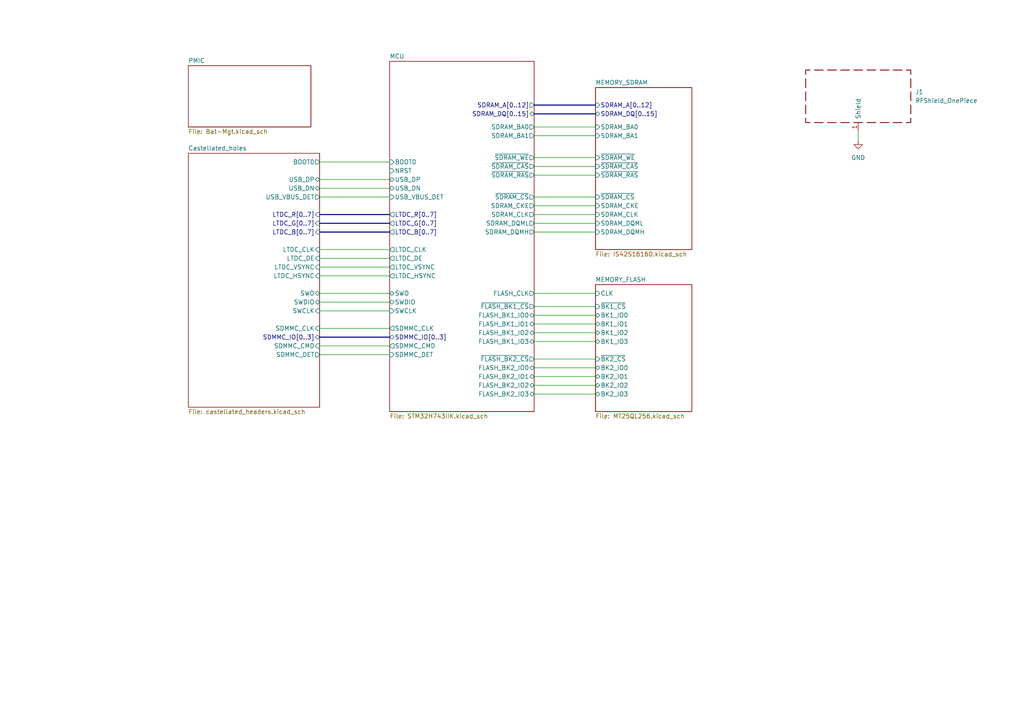
<source format=kicad_sch>
(kicad_sch (version 20231120) (generator "eeschema") (generator_version "8.0")
  (paper "A4")
  (lib_symbols
    (symbol "Device:RFShield_OnePiece" (pin_names (offset 1.016))
      (property "Reference" "J" (at 0 5.08 0))
      (property "Value" "RFShield_OnePiece" (at 0 2.54 0))
      (symbol "RFShield_OnePiece_0_1"
        (polyline (pts (xy -15.24 -5.08) (xy -15.24 -2.54)) (stroke (width 0.254)))
        (polyline (pts (xy -15.24 -1.27) (xy -15.24 1.27)) (stroke (width 0.254)))
        (polyline (pts (xy -15.24 2.54) (xy -15.24 5.08)) (stroke (width 0.254)))
        (polyline (pts (xy -12.7 7.62) (xy -10.16 7.62)) (stroke (width 0.254)))
        (polyline (pts (xy -10.16 -7.62) (xy -12.7 -7.62)) (stroke (width 0.254)))
        (polyline (pts (xy -6.35 -7.62) (xy -8.89 -7.62)) (stroke (width 0.254)))
        (polyline (pts (xy -6.35 7.62) (xy -8.89 7.62)) (stroke (width 0.254)))
        (polyline (pts (xy -2.54 -7.62) (xy -5.08 -7.62)) (stroke (width 0.254)))
        (polyline (pts (xy -2.54 7.62) (xy -5.08 7.62)) (stroke (width 0.254)))
        (polyline (pts (xy -1.27 -7.62) (xy 1.27 -7.62)) (stroke (width 0.254)))
        (polyline (pts (xy 1.27 7.62) (xy -1.27 7.62)) (stroke (width 0.254)))
        (polyline (pts (xy 2.54 -7.62) (xy 5.08 -7.62)) (stroke (width 0.254)))
        (polyline (pts (xy 5.08 7.62) (xy 2.54 7.62)) (stroke (width 0.254)))
        (polyline (pts (xy 6.35 -7.62) (xy 8.89 -7.62)) (stroke (width 0.254)))
        (polyline (pts (xy 8.89 7.62) (xy 6.35 7.62)) (stroke (width 0.254)))
        (polyline (pts (xy 10.16 -7.62) (xy 12.7 -7.62)) (stroke (width 0.254)))
        (polyline (pts (xy 12.7 7.62) (xy 10.16 7.62)) (stroke (width 0.254)))
        (polyline (pts (xy 15.24 -5.08) (xy 15.24 -2.54)) (stroke (width 0.254)))
        (polyline (pts (xy 15.24 -1.27) (xy 15.24 1.27)) (stroke (width 0.254)))
        (polyline (pts (xy 15.24 2.54) (xy 15.24 5.08)) (stroke (width 0.254)))
        (polyline (pts (xy -15.24 6.35) (xy -15.24 7.62) (xy -13.97 7.62)) (stroke (width 0.254)))
        (polyline (pts (xy -13.97 -7.62) (xy -15.24 -7.62) (xy -15.24 -6.35)) (stroke (width 0.254)))
        (polyline (pts (xy 13.97 -7.62) (xy 15.24 -7.62) (xy 15.24 -6.35)) (stroke (width 0.254)))
        (polyline (pts (xy 15.24 6.35) (xy 15.24 7.62) (xy 13.97 7.62)) (stroke (width 0.254)))
      )
      (symbol "RFShield_OnePiece_1_1"
        (pin passive line (at 0 -10.16 90) (length 2.54) (name "Shield") (number "1"))
      )
    )
    (symbol "power:GND" (power) (pin_numbers hide) (pin_names (offset 0) hide)
      (property "Value" "GND" (at 0 -3.81 0))
      (symbol "GND_0_1"
        (polyline (pts (xy 0 0) (xy 0 -1.27) (xy 1.27 -1.27) (xy 0 -2.54) (xy -1.27 -1.27) (xy 0 -1.27)))
      )
      (symbol "GND_1_1"
        (pin power_in line (at 0 0 270) (length 0) (name "~") (number "1"))
      )
    )
  )
  (wire (pts (xy 92.71 46.99) (xy 113.03 46.99)))
  (wire (pts (xy 154.94 88.9) (xy 172.72 88.9)))
  (wire (pts (xy 154.94 62.23) (xy 172.72 62.23)))
  (bus (pts (xy 92.71 62.23) (xy 113.03 62.23)))
  (wire (pts (xy 154.94 85.09) (xy 172.72 85.09)))
  (wire (pts (xy 92.71 95.25) (xy 113.03 95.25)))
  (wire (pts (xy 92.71 100.33) (xy 113.03 100.33)))
  (wire (pts (xy 92.71 74.93) (xy 113.03 74.93)))
  (wire (pts (xy 154.94 106.68) (xy 172.72 106.68)))
  (wire (pts (xy 154.94 91.44) (xy 172.72 91.44)))
  (bus (pts (xy 154.94 30.48) (xy 172.72 30.48)))
  (wire (pts (xy 154.94 96.52) (xy 172.72 96.52)))
  (wire (pts (xy 154.94 67.31) (xy 172.72 67.31)))
  (wire (pts (xy 92.71 90.17) (xy 113.03 90.17)))
  (wire (pts (xy 154.94 111.76) (xy 172.72 111.76)))
  (wire (pts (xy 154.94 36.83) (xy 172.72 36.83)))
  (wire (pts (xy 154.94 45.72) (xy 172.72 45.72)))
  (bus (pts (xy 92.71 64.77) (xy 113.03 64.77)))
  (wire (pts (xy 154.94 104.14) (xy 172.72 104.14)))
  (wire (pts (xy 154.94 99.06) (xy 172.72 99.06)))
  (wire (pts (xy 154.94 114.3) (xy 172.72 114.3)))
  (wire (pts (xy 154.94 59.69) (xy 172.72 59.69)))
  (wire (pts (xy 92.71 80.01) (xy 113.03 80.01)))
  (wire (pts (xy 154.94 109.22) (xy 172.72 109.22)))
  (bus (pts (xy 92.71 67.31) (xy 113.03 67.31)))
  (wire (pts (xy 92.71 57.15) (xy 113.03 57.15)))
  (wire (pts (xy 154.94 48.26) (xy 172.72 48.26)))
  (wire (pts (xy 154.94 93.98) (xy 172.72 93.98)))
  (wire (pts (xy 154.94 50.8) (xy 172.72 50.8)))
  (wire (pts (xy 92.71 54.61) (xy 113.03 54.61)))
  (wire (pts (xy 92.71 52.07) (xy 113.03 52.07)))
  (wire (pts (xy 92.71 72.39) (xy 113.03 72.39)))
  (wire (pts (xy 154.94 57.15) (xy 172.72 57.15)))
  (wire (pts (xy 92.71 102.87) (xy 113.03 102.87)))
  (bus (pts (xy 92.71 97.79) (xy 113.03 97.79)))
  (wire (pts (xy 92.71 85.09) (xy 113.03 85.09)))
  (wire (pts (xy 92.71 87.63) (xy 113.03 87.63)))
  (wire (pts (xy 154.94 64.77) (xy 172.72 64.77)))
  (wire (pts (xy 92.71 77.47) (xy 113.03 77.47)))
  (bus (pts (xy 154.94 33.02) (xy 172.72 33.02)))
  (wire (pts (xy 248.92 40.64) (xy 248.92 38.1)))
  (wire (pts (xy 154.94 39.37) (xy 172.72 39.37)))
  (symbol (lib_id "Device:RFShield_OnePiece") (at 248.92 27.94 0) (unit 1)
    (property "Reference" "J1" (at 265.43 26.6699 0) (effects (justify left)))
    (property "Value" "RFShield_OnePiece" (at 265.43 29.2099 0) (effects (justify left)))
    (property "Footprint" "RF_Shielding:Laird_Technologies_BMI-S-103_26.21x26.21mm" (effects (hide yes)))
    (property "Description" "One-piece EMI RF shielding cabinet" (effects (hide yes)))
  )
  (symbol (lib_id "power:GND") (at 248.92 40.64 0) (unit 1)
    (property "Reference" "#PWR056" (effects (hide yes)))
    (property "Value" "GND" (at 248.92 45.72 0))
    (property "Description" "Power symbol creates a global label with name \"GND\" , ground" (effects (hide yes)))
  )
  (sheet (at 54.61 19.05) (size 35.56 17.78) (stroke (width 0.1524))
    (property "Sheetname" "PMIC" (at 54.61 18.3384 0) (effects (justify left bottom)))
    (property "Sheetfile" "Bat-Mgt.kicad_sch" (at 54.61 37.4146 0) (effects (justify left top)))
  )
  (sheet (at 113.03 17.78) (size 41.91 101.6) (stroke (width 0.1524))
    (property "Sheetname" "MCU" (at 113.03 17.0684 0) (effects (justify left bottom)))
    (property "Sheetfile" "STM32H743IIK.kicad_sch" (at 113.03 119.9646 0) (effects (justify left top)))
    (pin "SWO" bidirectional (at 113.03 85.09 180))
    (pin "SWDIO" bidirectional (at 113.03 87.63 180))
    (pin "SWCLK" input (at 113.03 90.17 180))
    (pin "SDRAM_A[0..12]" output (at 154.94 30.48 0))
    (pin "SDRAM_DQ[0..15]" bidirectional (at 154.94 33.02 0))
    (pin "~{SDRAM_WE}" output (at 154.94 45.72 0))
    (pin "SDRAM_BA0" output (at 154.94 36.83 0))
    (pin "SDRAM_BA1" output (at 154.94 39.37 0))
    (pin "~{SDRAM_CAS}" output (at 154.94 48.26 0))
    (pin "~{SDRAM_RAS}" output (at 154.94 50.8 0))
    (pin "SDRAM_CKE" output (at 154.94 59.69 0))
    (pin "~{SDRAM_CS}" output (at 154.94 57.15 0))
    (pin "SDRAM_DQMH" output (at 154.94 67.31 0))
    (pin "SDRAM_CLK" output (at 154.94 62.23 0))
    (pin "SDRAM_DQML" output (at 154.94 64.77 0))
    (pin "LTDC_R[0..7]" output (at 113.03 62.23 180))
    (pin "LTDC_B[0..7]" output (at 113.03 67.31 180))
    (pin "LTDC_VSYNC" output (at 113.03 77.47 180))
    (pin "LTDC_HSYNC" output (at 113.03 80.01 180))
    (pin "LTDC_CLK" output (at 113.03 72.39 180))
    (pin "LTDC_DE" output (at 113.03 74.93 180))
    (pin "LTDC_G[0..7]" output (at 113.03 64.77 180))
    (pin "USB_DP" bidirectional (at 113.03 52.07 180))
    (pin "USB_DN" bidirectional (at 113.03 54.61 180))
    (pin "USB_VBUS_DET" input (at 113.03 57.15 180))
    (pin "FLASH_BK2_IO1" bidirectional (at 154.94 109.22 0))
    (pin "FLASH_BK2_IO0" bidirectional (at 154.94 106.68 0))
    (pin "FLASH_CLK" output (at 154.94 85.09 0))
    (pin "~{FLASH_BK1_CS}" output (at 154.94 88.9 0))
    (pin "FLASH_BK2_IO2" bidirectional (at 154.94 111.76 0))
    (pin "FLASH_BK2_IO3" bidirectional (at 154.94 114.3 0))
    (pin "FLASH_BK1_IO0" bidirectional (at 154.94 91.44 0))
    (pin "FLASH_BK1_IO1" bidirectional (at 154.94 93.98 0))
    (pin "FLASH_BK1_IO2" bidirectional (at 154.94 96.52 0))
    (pin "FLASH_BK1_IO3" bidirectional (at 154.94 99.06 0))
    (pin "~{FLASH_BK2_CS}" output (at 154.94 104.14 0))
    (pin "SDMMC_CLK" output (at 113.03 95.25 180))
    (pin "SDMMC_DET" input (at 113.03 102.87 180))
    (pin "SDMMC_IO[0..3]" bidirectional (at 113.03 97.79 180))
    (pin "BOOT0" input (at 113.03 46.99 180))
    (pin "SDMMC_CMD" output (at 113.03 100.33 180))
    (pin "NRST" input (at 113.03 49.53 180))
  )
  (sheet (at 54.61 44.45) (size 38.1 73.66) (stroke (width 0.1524))
    (property "Sheetname" "Castellated_holes" (at 54.61 43.7384 0) (effects (justify left bottom)))
    (property "Sheetfile" "castellated_headers.kicad_sch" (at 54.61 118.6946 0) (effects (justify left top)))
    (pin "LTDC_VSYNC" input (at 92.71 77.47 0))
    (pin "LTDC_HSYNC" input (at 92.71 80.01 0))
    (pin "LTDC_R[0..7]" input (at 92.71 62.23 0))
    (pin "LTDC_CLK" input (at 92.71 72.39 0))
    (pin "LTDC_G[0..7]" input (at 92.71 64.77 0))
    (pin "LTDC_B[0..7]" input (at 92.71 67.31 0))
    (pin "LTDC_DE" input (at 92.71 74.93 0))
    (pin "USB_DN" bidirectional (at 92.71 54.61 0))
    (pin "USB_DP" bidirectional (at 92.71 52.07 0))
    (pin "SWDIO" bidirectional (at 92.71 87.63 0))
    (pin "SWO" bidirectional (at 92.71 85.09 0))
    (pin "SWCLK" input (at 92.71 90.17 0))
    (pin "USB_VBUS_DET" output (at 92.71 57.15 0))
    (pin "SDMMC_CLK" input (at 92.71 95.25 0))
    (pin "SDMMC_IO[0..3]" bidirectional (at 92.71 97.79 0))
    (pin "SDMMC_DET" output (at 92.71 102.87 0))
    (pin "BOOT0" output (at 92.71 46.99 0))
    (pin "SDMMC_CMD" input (at 92.71 100.33 0))
  )
  (sheet (at 172.72 82.55) (size 27.94 36.83) (stroke (width 0.1524))
    (property "Sheetname" "MEMORY_FLASH" (at 172.72 81.8384 0) (effects (justify left bottom)))
    (property "Sheetfile" "MT25QL256.kicad_sch" (at 172.72 119.9646 0) (effects (justify left top)))
    (pin "BK2_IO2" bidirectional (at 172.72 111.76 180))
    (pin "BK2_IO0" bidirectional (at 172.72 106.68 180))
    (pin "~{BK2_CS}" input (at 172.72 104.14 180))
    (pin "BK2_IO1" bidirectional (at 172.72 109.22 180))
    (pin "CLK" input (at 172.72 85.09 180))
    (pin "BK2_IO3" bidirectional (at 172.72 114.3 180))
    (pin "BK1_IO2" bidirectional (at 172.72 96.52 180))
    (pin "~{BK1_CS}" input (at 172.72 88.9 180))
    (pin "BK1_IO0" bidirectional (at 172.72 91.44 180))
    (pin "BK1_IO1" bidirectional (at 172.72 93.98 180))
    (pin "BK1_IO3" bidirectional (at 172.72 99.06 180))
  )
  (sheet (at 172.72 25.4) (size 27.94 46.99) (stroke (width 0.1524))
    (property "Sheetname" "MEMORY_SDRAM" (at 172.72 24.6884 0) (effects (justify left bottom)))
    (property "Sheetfile" "IS42S16160.kicad_sch" (at 172.72 72.9746 0) (effects (justify left top)))
    (pin "SDRAM_A[0..12]" input (at 172.72 30.48 180))
    (pin "SDRAM_DQ[0..15]" bidirectional (at 172.72 33.02 180))
    (pin "SDRAM_BA0" input (at 172.72 36.83 180))
    (pin "SDRAM_BA1" input (at 172.72 39.37 180))
    (pin "~{SDRAM_WE}" input (at 172.72 45.72 180))
    (pin "SDRAM_DQML" input (at 172.72 64.77 180))
    (pin "~{SDRAM_CAS}" input (at 172.72 48.26 180))
    (pin "~{SDRAM_RAS}" input (at 172.72 50.8 180))
    (pin "~{SDRAM_CS}" input (at 172.72 57.15 180))
    (pin "SDRAM_CLK" input (at 172.72 62.23 180))
    (pin "SDRAM_CKE" input (at 172.72 59.69 180))
    (pin "SDRAM_DQMH" input (at 172.72 67.31 180))
  )
)
</source>
